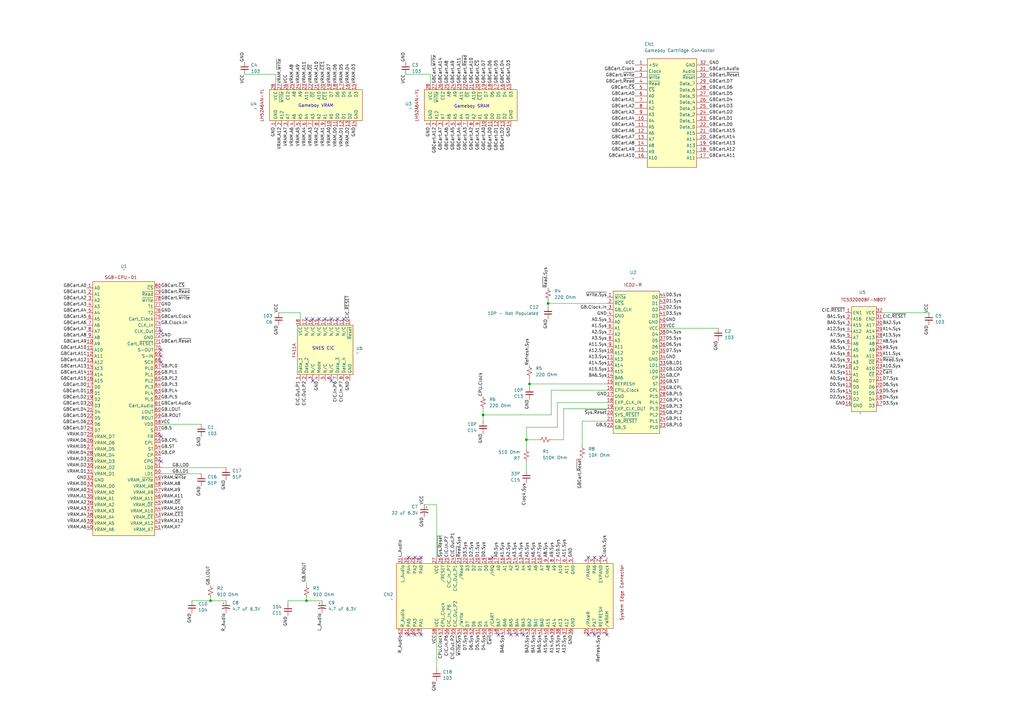
<source format=kicad_sch>
(kicad_sch (version 20231120) (generator "eeschema") (generator_version "8.0")
  (paper "A3")
  (lib_symbols
    (symbol "Device:C_Polarized_Small_US" (pin_numbers hide) (pin_names (offset 0.254) hide)
      (property "Reference" "C" (at 0.254 1.778 0))
      (property "Value" "C_Polarized_Small_US" (at 0.254 -2.032 0))
      (symbol "C_Polarized_Small_US_1_1"
        (pin passive line (at 0 2.54 270) (length 2.032) (name "~") (number "1"))
        (pin passive line (at 0 -2.54 90) (length 2.032) (name "~") (number "2"))
      )
    )
    (symbol "Device:C_Small" (pin_numbers hide) (pin_names (offset 0.254) hide)
      (property "Reference" "C" (at 0.254 1.778 0))
      (property "Value" "C_Small" (at 0.254 -2.032 0))
      (symbol "C_Small_1_1"
        (pin passive line (at 0 2.54 270) (length 2.032) (name "~") (number "1"))
        (pin passive line (at 0 -2.54 90) (length 2.032) (name "~") (number "2"))
      )
    )
    (symbol "Device:R_Small_US" (pin_numbers hide) (pin_names (offset 0.254) hide)
      (property "Reference" "R" (at 0.762 0.508 0))
      (property "Value" "R_Small_US" (at 0.762 -1.016 0))
      (symbol "R_Small_US_1_1"
        (pin passive line (at 0 2.54 270) (length 1.016) (name "~") (number "1"))
        (pin passive line (at 0 -2.54 90) (length 1.016) (name "~") (number "2"))
      )
    )
    (symbol "LH52A64N-YL_1"
      (property "Reference" "U4" (at 9.5251 7.62 90))
      (property "Value" "~" (at 7.62 7.62 90))
      (symbol "LH52A64N-YL_1_1_0"
        (pin power_in line (at 0 0 0) (length 2.54) (name "GND") (number "1"))
        (pin input line (at 0 -22.86 0) (length 2.54) (name "A0") (number "10"))
        (pin bidirectional line (at 0 -25.4 0) (length 2.54) (name "D0") (number "11"))
        (pin bidirectional line (at 0 -27.94 0) (length 2.54) (name "D1") (number "12"))
        (pin bidirectional line (at 0 -30.48 0) (length 2.54) (name "D2") (number "13"))
        (pin power_in line (at 0 -33.02 0) (length 2.54) (name "GND") (number "14"))
        (pin bidirectional line (at 17.78 -33.02 180) (length 2.54) (name "D3") (number "15"))
        (pin bidirectional line (at 17.78 -30.48 180) (length 2.54) (name "D4") (number "16"))
        (pin bidirectional line (at 17.78 -27.94 180) (length 2.54) (name "D5") (number "17"))
        (pin bidirectional line (at 17.78 -25.4 180) (length 2.54) (name "D6") (number "18"))
        (pin bidirectional line (at 17.78 -22.86 180) (length 2.54) (name "D7") (number "19"))
        (pin input line (at 0 -2.54 0) (length 2.54) (name "A12") (number "2"))
        (pin input line (at 17.78 -20.32 180) (length 2.54) (name "~{CE1}") (number "20"))
        (pin input line (at 17.78 -17.78 180) (length 2.54) (name "A10") (number "21"))
        (pin input line (at 17.78 -15.24 180) (length 2.54) (name "~{OE}") (number "22"))
        (pin input line (at 17.78 -12.7 180) (length 2.54) (name "A11") (number "23"))
        (pin input line (at 17.78 -10.16 180) (length 2.54) (name "A9") (number "24"))
        (pin input line (at 17.78 -7.62 180) (length 2.54) (name "A8") (number "25"))
        (pin input line (at 17.78 -5.08 180) (length 2.54) (name "CE2") (number "26"))
        (pin input line (at 17.78 -2.54 180) (length 2.54) (name "~{Write}") (number "27"))
        (pin power_in line (at 17.78 0 180) (length 2.54) (name "VCC") (number "28"))
        (pin input line (at 0 -5.08 0) (length 2.54) (name "A7") (number "3"))
        (pin input line (at 0 -7.62 0) (length 2.54) (name "A6") (number "4"))
        (pin input line (at 0 -10.16 0) (length 2.54) (name "A5") (number "5"))
        (pin input line (at 0 -12.7 0) (length 2.54) (name "A4") (number "6"))
        (pin input line (at 0 -15.24 0) (length 2.54) (name "A3") (number "7"))
        (pin input line (at 0 -17.78 0) (length 2.54) (name "A2") (number "8"))
        (pin input line (at 0 -20.32 0) (length 2.54) (name "A1") (number "9"))
      )
      (symbol "LH52A64N-YL_1_1_1"
        (text "LH52A64N-YL" (at 8.89 5.588 0) (effects (font (size 1.27 1.27))))
      )
    )
    (symbol "SNES:CIC"
      (property "Reference" "U1" (at 13.716 5.08 0))
      (property "Value" "~" (at 11.43 -22.86 90))
      (symbol "CIC_0_0"
        (pin power_in line (at 25.4 0 180) (length 2.54) (name "VCC") (number "18"))
        (pin input line (at 0 -7.62 0) (length 2.54) (name "Mode") (number "4"))
        (pin power_in line (at 0 -20.32 0) (length 2.54) (name "GND") (number "9"))
      )
      (symbol "CIC_1_0"
        (pin bidirectional line (at 0 0 0) (length 2.54) (name "Data_1") (number "1"))
        (pin unspecified line (at 25.4 -20.32 180) (length 2.54) (name "~{Reset}") (number "10"))
        (pin unspecified line (at 25.4 -17.78 180) (length 2.54) (name "N/C") (number "11"))
        (pin unspecified line (at 25.4 -15.24 180) (length 2.54) (name "N/C") (number "12"))
        (pin unspecified line (at 25.4 -12.7 180) (length 2.54) (name "N/C") (number "13"))
        (pin unspecified line (at 25.4 -10.16 180) (length 2.54) (name "N/C") (number "14"))
        (pin unspecified line (at 25.4 -7.62 180) (length 2.54) (name "N/C") (number "15"))
        (pin unspecified line (at 25.4 -5.08 180) (length 2.54) (name "N/C") (number "16"))
        (pin unspecified line (at 25.4 -2.54 180) (length 2.54) (name "N/C") (number "17"))
        (pin bidirectional line (at 0 -2.54 0) (length 2.54) (name "Data_2") (number "2"))
        (pin unspecified line (at 0 -5.08 0) (length 2.54) (name "N/C") (number "3"))
        (pin unspecified line (at 0 -10.16 0) (length 2.54) (name "N/C") (number "5"))
        (pin unspecified line (at 0 -12.7 0) (length 2.54) (name "N/C") (number "6"))
        (pin bidirectional line (at 0 -15.24 0) (length 2.54) (name "Data_3") (number "7"))
        (pin bidirectional line (at 0 -17.78 0) (length 2.54) (name "Data_4") (number "8"))
      )
      (symbol "CIC_1_1"
        (text "F411A" (at 12.446 2.54 0) (effects (font (size 1.27 1.27))))
      )
    )
    (symbol "SNES:Gameboy_Edge_Connector"
      (property "Reference" "J1" (at -11.303 16.129 0))
      (property "Value" "Gameboy Cartridge Connector" (at -11.303 13.589 0))
      (symbol "Gameboy_Edge_Connector_1_1"
        (pin power_in line (at -15.24 7.62 0) (length 5.08) (name "+5V") (number "1"))
        (pin bidirectional line (at -15.24 -15.24 0) (length 5.08) (name "A4") (number "10"))
        (pin bidirectional line (at -15.24 -17.78 0) (length 5.08) (name "A5") (number "11"))
        (pin bidirectional line (at -15.24 -20.32 0) (length 5.08) (name "A6") (number "12"))
        (pin bidirectional line (at -15.24 -22.86 0) (length 5.08) (name "A7") (number "13"))
        (pin bidirectional line (at -15.24 -25.4 0) (length 5.08) (name "A8") (number "14"))
        (pin bidirectional line (at -15.24 -27.94 0) (length 5.08) (name "A9") (number "15"))
        (pin bidirectional line (at -15.24 -30.48 0) (length 5.08) (name "A10") (number "16"))
        (pin bidirectional line (at 15.24 -30.48 180) (length 5.08) (name "A11") (number "17"))
        (pin bidirectional line (at 15.24 -27.94 180) (length 5.08) (name "A12") (number "18"))
        (pin bidirectional line (at 15.24 -25.4 180) (length 5.08) (name "A13") (number "19"))
        (pin bidirectional line (at -15.24 5.08 0) (length 5.08) (name "Clock") (number "2"))
        (pin bidirectional line (at 15.24 -22.86 180) (length 5.08) (name "A14") (number "20"))
        (pin bidirectional line (at 15.24 -20.32 180) (length 5.08) (name "A15") (number "21"))
        (pin bidirectional line (at 15.24 -17.78 180) (length 5.08) (name "Data_0") (number "22"))
        (pin bidirectional line (at 15.24 -15.24 180) (length 5.08) (name "Data_1") (number "23"))
        (pin bidirectional line (at 15.24 -12.7 180) (length 5.08) (name "Data_2") (number "24"))
        (pin bidirectional line (at 15.24 -10.16 180) (length 5.08) (name "Data_3") (number "25"))
        (pin bidirectional line (at 15.24 -7.62 180) (length 5.08) (name "Data_4") (number "26"))
        (pin bidirectional line (at 15.24 -5.08 180) (length 5.08) (name "Data_5") (number "27"))
        (pin bidirectional line (at 15.24 -2.54 180) (length 5.08) (name "Data_6") (number "28"))
        (pin bidirectional line (at 15.24 0 180) (length 5.08) (name "Data_7") (number "29"))
        (pin bidirectional line (at -15.24 2.54 0) (length 5.08) (name "~{Write}") (number "3"))
        (pin bidirectional line (at 15.24 2.54 180) (length 5.08) (name "~{Reset}") (number "30"))
        (pin bidirectional line (at 15.24 5.08 180) (length 5.08) (name "Audio") (number "31"))
        (pin bidirectional line (at 15.24 7.62 180) (length 5.08) (name "GND") (number "32"))
        (pin bidirectional line (at -15.24 0 0) (length 5.08) (name "~{Read}") (number "4"))
        (pin bidirectional line (at -15.24 -2.54 0) (length 5.08) (name "~{CS}") (number "5"))
        (pin bidirectional line (at -15.24 -5.08 0) (length 5.08) (name "A0") (number "6"))
        (pin bidirectional line (at -15.24 -7.62 0) (length 5.08) (name "A1") (number "7"))
        (pin bidirectional line (at -15.24 -10.16 0) (length 5.08) (name "A2") (number "8"))
        (pin bidirectional line (at -15.24 -12.7 0) (length 5.08) (name "A3") (number "9"))
      )
    )
    (symbol "SNES:ICD2-R"
      (property "Reference" "U2" (at 10.795 10.16 0))
      (property "Value" "~" (at 10.795 7.62 0))
      (symbol "ICD2-R_0_0"
        (pin unspecified line (at 0 -22.86 0) (length 2.54) (name "A12") (number "10"))
        (pin unspecified line (at 0 -25.4 0) (length 2.54) (name "A13") (number "11"))
        (pin unspecified line (at 24.13 -53.34 180) (length 2.54) (name "PL0") (number "23"))
        (pin unspecified line (at 24.13 -50.8 180) (length 2.54) (name "PL1") (number "24"))
        (pin unspecified line (at 24.13 -48.26 180) (length 2.54) (name "PL2") (number "25"))
        (pin unspecified line (at 24.13 -45.72 180) (length 2.54) (name "PL3") (number "26"))
        (pin unspecified line (at 24.13 -43.18 180) (length 2.54) (name "PL4") (number "27"))
        (pin unspecified line (at 24.13 -40.64 180) (length 2.54) (name "PL5") (number "28"))
        (pin unspecified line (at 24.13 -38.1 180) (length 2.54) (name "CPL") (number "29"))
        (pin unspecified line (at 24.13 -35.56 180) (length 2.54) (name "ST") (number "30"))
        (pin unspecified line (at 24.13 -33.02 180) (length 2.54) (name "CP") (number "31"))
        (pin unspecified line (at 24.13 -30.48 180) (length 2.54) (name "LD0") (number "32"))
        (pin unspecified line (at 24.13 -27.94 180) (length 2.54) (name "LD1") (number "33"))
        (pin unspecified line (at 0 -10.16 0) (length 2.54) (name "A0") (number "5"))
        (pin unspecified line (at 0 -12.7 0) (length 2.54) (name "A1") (number "6"))
        (pin unspecified line (at 0 -15.24 0) (length 2.54) (name "A2") (number "7"))
        (pin unspecified line (at 0 -17.78 0) (length 2.54) (name "A3") (number "8"))
        (pin unspecified line (at 0 -20.32 0) (length 2.54) (name "A11") (number "9"))
      )
      (symbol "ICD2-R_1_0"
        (pin input line (at 0 0 0) (length 2.54) (name "~{Write}") (number "1"))
        (pin input line (at 0 -27.94 0) (length 2.54) (name "A14") (number "12"))
        (pin input line (at 0 -30.48 0) (length 2.54) (name "A15") (number "13"))
        (pin input line (at 0 -33.02 0) (length 2.54) (name "BA6") (number "14"))
        (pin input line (at 0 -35.56 0) (length 2.54) (name "REFRESH") (number "15"))
        (pin input line (at 0 -38.1 0) (length 2.54) (name "CPU_Clock") (number "16"))
        (pin power_in line (at 0 -40.64 0) (length 2.54) (name "GND") (number "17"))
        (pin input line (at 0 -43.18 0) (length 2.54) (name "EXP_CLK_IN") (number "18"))
        (pin output line (at 0 -45.72 0) (length 2.54) (name "EXP_CLK_OUT") (number "19"))
        (pin input line (at 0 -2.54 0) (length 2.54) (name "~{RCS}") (number "2"))
        (pin input line (at 0 -48.26 0) (length 2.54) (name "SYS_~{RESET}") (number "20"))
        (pin input line (at 0 -50.8 0) (length 2.54) (name "GB_~{RESET}") (number "21"))
        (pin input line (at 0 -53.34 0) (length 2.54) (name "GB_S") (number "22"))
        (pin output line (at 0 -5.08 0) (length 2.54) (name "GB_CLK") (number "3"))
        (pin power_in line (at 24.13 -25.4 180) (length 2.54) (name "GND") (number "34"))
        (pin bidirectional line (at 24.13 -22.86 180) (length 2.54) (name "D7") (number "35"))
        (pin bidirectional line (at 24.13 -20.32 180) (length 2.54) (name "D6") (number "36"))
        (pin bidirectional line (at 24.13 -17.78 180) (length 2.54) (name "D5") (number "37"))
        (pin bidirectional line (at 24.13 -15.24 180) (length 2.54) (name "D4") (number "38"))
        (pin power_in line (at 24.13 -12.7 180) (length 2.54) (name "VCC") (number "39"))
        (pin power_in line (at 0 -7.62 0) (length 2.54) (name "GND") (number "4"))
        (pin power_in line (at 24.13 -10.16 180) (length 2.54) (name "GND") (number "40"))
        (pin bidirectional line (at 24.13 -7.62 180) (length 2.54) (name "D3") (number "41"))
        (pin bidirectional line (at 24.13 -5.08 180) (length 2.54) (name "D2") (number "42"))
        (pin bidirectional line (at 24.13 -2.54 180) (length 2.54) (name "D1") (number "43"))
        (pin bidirectional line (at 24.13 0 180) (length 2.54) (name "D0") (number "44"))
      )
      (symbol "ICD2-R_1_1"
        (text "ICD2-R" (at 10.668 5.08 0) (effects (font (size 1.27 1.27))))
      )
    )
    (symbol "SNES:LH52A64N-YL"
      (property "Reference" "U4" (at 9.5251 7.62 90))
      (property "Value" "~" (at 7.62 7.62 90))
      (symbol "LH52A64N-YL_1_0"
        (pin power_in line (at 0 0 0) (length 2.54) (name "GND") (number "1"))
        (pin input line (at 0 -22.86 0) (length 2.54) (name "A0") (number "10"))
        (pin bidirectional line (at 0 -25.4 0) (length 2.54) (name "D0") (number "11"))
        (pin bidirectional line (at 0 -27.94 0) (length 2.54) (name "D1") (number "12"))
        (pin bidirectional line (at 0 -30.48 0) (length 2.54) (name "D2") (number "13"))
        (pin power_in line (at 0 -33.02 0) (length 2.54) (name "GND") (number "14"))
        (pin bidirectional line (at 17.78 -33.02 180) (length 2.54) (name "D3") (number "15"))
        (pin bidirectional line (at 17.78 -30.48 180) (length 2.54) (name "D4") (number "16"))
        (pin bidirectional line (at 17.78 -27.94 180) (length 2.54) (name "D5") (number "17"))
        (pin bidirectional line (at 17.78 -25.4 180) (length 2.54) (name "D6") (number "18"))
        (pin bidirectional line (at 17.78 -22.86 180) (length 2.54) (name "D7") (number "19"))
        (pin input line (at 0 -2.54 0) (length 2.54) (name "A12") (number "2"))
        (pin input line (at 17.78 -20.32 180) (length 2.54) (name "~{CE1}") (number "20"))
        (pin input line (at 17.78 -17.78 180) (length 2.54) (name "A10") (number "21"))
        (pin input line (at 17.78 -15.24 180) (length 2.54) (name "~{OE}") (number "22"))
        (pin input line (at 17.78 -12.7 180) (length 2.54) (name "A11") (number "23"))
        (pin input line (at 17.78 -10.16 180) (length 2.54) (name "A9") (number "24"))
        (pin input line (at 17.78 -7.62 180) (length 2.54) (name "A8") (number "25"))
        (pin input line (at 17.78 -5.08 180) (length 2.54) (name "CE2") (number "26"))
        (pin input line (at 17.78 -2.54 180) (length 2.54) (name "~{Write}") (number "27"))
        (pin power_in line (at 17.78 0 180) (length 2.54) (name "VCC") (number "28"))
        (pin input line (at 0 -5.08 0) (length 2.54) (name "A7") (number "3"))
        (pin input line (at 0 -7.62 0) (length 2.54) (name "A6") (number "4"))
        (pin input line (at 0 -10.16 0) (length 2.54) (name "A5") (number "5"))
        (pin input line (at 0 -12.7 0) (length 2.54) (name "A4") (number "6"))
        (pin input line (at 0 -15.24 0) (length 2.54) (name "A3") (number "7"))
        (pin input line (at 0 -17.78 0) (length 2.54) (name "A2") (number "8"))
        (pin input line (at 0 -20.32 0) (length 2.54) (name "A1") (number "9"))
      )
      (symbol "LH52A64N-YL_1_1"
        (text "LH52A64N-YL" (at 8.89 5.588 0) (effects (font (size 1.27 1.27))))
      )
    )
    (symbol "SNES:SGB-CPU-01"
      (property "Reference" "U2" (at 15.24 8.89 0))
      (property "Value" "~" (at 15.24 7.62 0))
      (symbol "SGB-CPU-01_0_0"
        (pin output line (at 0 0 0) (length 2.54) (name "A0") (number "1"))
        (pin output line (at 0 -22.86 0) (length 2.54) (name "A9") (number "10"))
        (pin output line (at 0 -25.4 0) (length 2.54) (name "A10") (number "11"))
        (pin output line (at 0 -27.94 0) (length 2.54) (name "A11") (number "12"))
        (pin output line (at 0 -30.48 0) (length 2.54) (name "A12") (number "13"))
        (pin output line (at 0 -33.02 0) (length 2.54) (name "A13") (number "14"))
        (pin output line (at 0 -35.56 0) (length 2.54) (name "A14") (number "15"))
        (pin bidirectional line (at 0 -40.64 0) (length 2.54) (name "D0") (number "17"))
        (pin bidirectional line (at 0 -43.18 0) (length 2.54) (name "D1") (number "18"))
        (pin bidirectional line (at 0 -45.72 0) (length 2.54) (name "D2") (number "19"))
        (pin output line (at 0 -2.54 0) (length 2.54) (name "A1") (number "2"))
        (pin bidirectional line (at 0 -48.26 0) (length 2.54) (name "D3") (number "20"))
        (pin bidirectional line (at 0 -50.8 0) (length 2.54) (name "D4") (number "21"))
        (pin bidirectional line (at 0 -53.34 0) (length 2.54) (name "D5") (number "22"))
        (pin bidirectional line (at 0 -55.88 0) (length 2.54) (name "D6") (number "23"))
        (pin bidirectional line (at 0 -58.42 0) (length 2.54) (name "D7") (number "24"))
        (pin bidirectional line (at 0 -60.96 0) (length 2.54) (name "VRAM_D7") (number "25"))
        (pin bidirectional line (at 0 -63.5 0) (length 2.54) (name "VRAM_D6") (number "26"))
        (pin bidirectional line (at 0 -66.04 0) (length 2.54) (name "VRAM_D5") (number "27"))
        (pin bidirectional line (at 0 -68.58 0) (length 2.54) (name "VRAM_D4") (number "28"))
        (pin bidirectional line (at 0 -71.12 0) (length 2.54) (name "VRAM_D3") (number "29"))
        (pin output line (at 0 -5.08 0) (length 2.54) (name "A2") (number "3"))
        (pin bidirectional line (at 0 -73.66 0) (length 2.54) (name "VRAM_D2") (number "30"))
        (pin bidirectional line (at 0 -76.2 0) (length 2.54) (name "VRAM_D1") (number "31"))
        (pin bidirectional line (at 0 -81.28 0) (length 2.54) (name "VRAM_D0") (number "33"))
        (pin output line (at 0 -83.82 0) (length 2.54) (name "VRAM_A0") (number "34"))
        (pin output line (at 0 -86.36 0) (length 2.54) (name "VRAM_A1") (number "35"))
        (pin output line (at 0 -88.9 0) (length 2.54) (name "VRAM_A2") (number "36"))
        (pin output line (at 0 -91.44 0) (length 2.54) (name "VRAM_A3") (number "37"))
        (pin output line (at 0 -93.98 0) (length 2.54) (name "VRAM_A4") (number "38"))
        (pin output line (at 0 -96.52 0) (length 2.54) (name "VRAM_A5") (number "39"))
        (pin output line (at 0 -7.62 0) (length 2.54) (name "A3") (number "4"))
        (pin output line (at 0 -99.06 0) (length 2.54) (name "VRAM_A6") (number "40"))
        (pin output line (at 30.48 -99.06 180) (length 2.54) (name "VRAM_A7") (number "41"))
        (pin output line (at 30.48 -96.52 180) (length 2.54) (name "VRAM_A12") (number "42"))
        (pin output line (at 30.48 -93.98 180) (length 2.54) (name "VRAM_~{CE}") (number "43"))
        (pin output line (at 30.48 -91.44 180) (length 2.54) (name "VRAM_A10") (number "44"))
        (pin output line (at 30.48 -88.9 180) (length 2.54) (name "VRAM_~{OE}") (number "45"))
        (pin output line (at 30.48 -86.36 180) (length 2.54) (name "VRAM_A11") (number "46"))
        (pin output line (at 30.48 -83.82 180) (length 2.54) (name "VRAM_A9") (number "47"))
        (pin output line (at 30.48 -81.28 180) (length 2.54) (name "VRAM_A8") (number "48"))
        (pin output line (at 30.48 -78.74 180) (length 2.54) (name "VRAM_~{Write}") (number "49"))
        (pin output line (at 0 -10.16 0) (length 2.54) (name "A4") (number "5"))
        (pin unspecified line (at 30.48 -66.04 180) (length 2.54) (name "ST") (number "54"))
        (pin unspecified line (at 30.48 -63.5 180) (length 2.54) (name "CPL") (number "55"))
        (pin unspecified line (at 30.48 -60.96 180) (length 2.54) (name "FR") (number "56"))
        (pin output line (at 30.48 -58.42 180) (length 2.54) (name "S") (number "57"))
        (pin power_in line (at 30.48 -55.88 180) (length 2.54) (name "VDD") (number "58"))
        (pin output line (at 0 -12.7 0) (length 2.54) (name "A5") (number "6"))
        (pin output line (at 30.48 -45.72 180) (length 2.54) (name "PL5") (number "62"))
        (pin output line (at 30.48 -43.18 180) (length 2.54) (name "PL4") (number "63"))
        (pin input line (at 30.48 -40.64 180) (length 2.54) (name "PL3") (number "64"))
        (pin input line (at 30.48 -38.1 180) (length 2.54) (name "PL2") (number "65"))
        (pin input line (at 30.48 -35.56 180) (length 2.54) (name "PL1") (number "66"))
        (pin input line (at 30.48 -33.02 180) (length 2.54) (name "PL0") (number "67"))
        (pin output line (at 0 -15.24 0) (length 2.54) (name "A6") (number "7"))
        (pin power_in line (at 30.48 -20.32 180) (length 2.54) (name "GND") (number "72"))
        (pin output line (at 30.48 -17.78 180) (length 2.54) (name "CLK_Out") (number "73"))
        (pin input line (at 30.48 -15.24 180) (length 2.54) (name "CLK_In") (number "74"))
        (pin unspecified line (at 30.48 -10.16 180) (length 2.54) (name "T2") (number "76"))
        (pin unspecified line (at 30.48 -7.62 180) (length 2.54) (name "T1") (number "77"))
        (pin output line (at 0 -17.78 0) (length 2.54) (name "A7") (number "8"))
        (pin output line (at 0 -20.32 0) (length 2.54) (name "A8") (number "9"))
      )
      (symbol "SGB-CPU-01_1_0"
        (pin output line (at 0 -38.1 0) (length 2.54) (name "A15") (number "16"))
        (pin power_in line (at 0 -78.74 0) (length 2.54) (name "GND") (number "32"))
        (pin unspecified line (at 30.48 -76.2 180) (length 2.54) (name "LD1") (number "50"))
        (pin unspecified line (at 30.48 -73.66 180) (length 2.54) (name "LD0") (number "51"))
        (pin unspecified line (at 30.48 -71.12 180) (length 2.54) (name "CPG") (number "52"))
        (pin unspecified line (at 30.48 -68.58 180) (length 2.54) (name "CP") (number "53"))
        (pin output line (at 30.48 -53.34 180) (length 2.54) (name "ROUT") (number "59"))
        (pin output line (at 30.48 -50.8 180) (length 2.54) (name "LOUT") (number "60"))
        (pin input line (at 30.48 -48.26 180) (length 2.54) (name "Cart_Audio") (number "61"))
        (pin bidirectional line (at 30.48 -30.48 180) (length 2.54) (name "SCX") (number "68"))
        (pin input line (at 30.48 -27.94 180) (length 2.54) (name "S-IN") (number "69"))
        (pin output line (at 30.48 -25.4 180) (length 2.54) (name "S-OUT") (number "70"))
        (pin output line (at 30.48 -22.86 180) (length 2.54) (name "Cart_~{RESET}") (number "71"))
        (pin output line (at 30.48 -12.7 180) (length 2.54) (name "Cart_Clock") (number "75"))
        (pin output line (at 30.48 -5.08 180) (length 2.54) (name "~{Write}") (number "78"))
        (pin output line (at 30.48 -2.54 180) (length 2.54) (name "~{Read}") (number "79"))
        (pin output line (at 30.48 0 180) (length 2.54) (name "~{CS}") (number "80"))
      )
      (symbol "SGB-CPU-01_1_1"
        (text "SGB-CPU-01" (at 13.97 4.318 0) (effects (font (size 1.27 1.27))))
      )
    )
    (symbol "SNES:SYS-SGB-2"
      (property "Reference" "U5" (at 8.382 8.382 0))
      (property "Value" "~" (at 6.096 -40.64 90))
      (symbol "SYS-SGB-2_1_0"
        (pin input line (at 0 0 0) (length 2.54) (name "EN1") (number "1"))
        (pin input line (at 0 -22.86 0) (length 2.54) (name "A2") (number "10"))
        (pin input line (at 0 -25.4 0) (length 2.54) (name "A1") (number "11"))
        (pin input line (at 0 -27.94 0) (length 2.54) (name "A0") (number "12"))
        (pin bidirectional line (at 0 -30.48 0) (length 2.54) (name "D0") (number "13"))
        (pin bidirectional line (at 0 -33.02 0) (length 2.54) (name "D1") (number "14"))
        (pin bidirectional line (at 0 -35.56 0) (length 2.54) (name "D2") (number "15"))
        (pin power_in line (at 0 -38.1 0) (length 2.54) (name "GND") (number "16"))
        (pin bidirectional line (at 15.24 -38.1 180) (length 2.54) (name "D3") (number "17"))
        (pin bidirectional line (at 15.24 -35.56 180) (length 2.54) (name "D4") (number "18"))
        (pin bidirectional line (at 15.24 -33.02 180) (length 2.54) (name "D5") (number "19"))
        (pin input line (at 0 -2.54 0) (length 2.54) (name "A16") (number "2"))
        (pin bidirectional line (at 15.24 -30.48 180) (length 2.54) (name "D6") (number "20"))
        (pin bidirectional line (at 15.24 -27.94 180) (length 2.54) (name "D7") (number "21"))
        (pin input line (at 15.24 -25.4 180) (length 2.54) (name "~{CE}") (number "22"))
        (pin input line (at 15.24 -22.86 180) (length 2.54) (name "A10") (number "23"))
        (pin input line (at 15.24 -20.32 180) (length 2.54) (name "~{OE}") (number "24"))
        (pin input line (at 15.24 -17.78 180) (length 2.54) (name "A11") (number "25"))
        (pin input line (at 15.24 -15.24 180) (length 2.54) (name "A9") (number "26"))
        (pin input line (at 15.24 -12.7 180) (length 2.54) (name "A8") (number "27"))
        (pin input line (at 15.24 -10.16 180) (length 2.54) (name "A13") (number "28"))
        (pin input line (at 15.24 -7.62 180) (length 2.54) (name "A14") (number "29"))
        (pin input line (at 0 -5.08 0) (length 2.54) (name "A15") (number "3"))
        (pin input line (at 15.24 -5.08 180) (length 2.54) (name "A17") (number "30"))
        (pin input line (at 15.24 -2.54 180) (length 2.54) (name "EN2") (number "31"))
        (pin power_in line (at 15.24 0 180) (length 2.54) (name "VCC") (number "32"))
        (pin input line (at 0 -7.62 0) (length 2.54) (name "A12") (number "4"))
        (pin input line (at 0 -10.16 0) (length 2.54) (name "A7") (number "5"))
        (pin input line (at 0 -12.7 0) (length 2.54) (name "A6") (number "6"))
        (pin input line (at 0 -15.24 0) (length 2.54) (name "A5") (number "7"))
        (pin input line (at 0 -17.78 0) (length 2.54) (name "A4") (number "8"))
        (pin input line (at 0 -20.32 0) (length 2.54) (name "A3") (number "9"))
      )
      (symbol "SYS-SGB-2_1_1"
        (text "TC532000BF-N807" (at 7.366 5.334 0) (effects (font (size 1.27 1.27))))
      )
    )
    (symbol "Xterminator:SNES_Connector"
      (property "Reference" "J2" (at 0.254 51.054 0))
      (property "Value" "~" (at 0 0 0))
      (symbol "SNES_Connector_1_1"
        (text "System Edge Connector" (at -0.762 48.006 0) (effects (font (size 1.27 1.27))))
        (pin input line (at -15.24 41.91 0) (length 2.54) (name "Clock") (number "1"))
        (pin input line (at -15.24 15.24 0) (length 2.54) (name "A7") (number "10"))
        (pin input line (at -15.24 12.7 0) (length 2.54) (name "A6") (number "11"))
        (pin input line (at -15.24 10.16 0) (length 2.54) (name "A5") (number "12"))
        (pin input line (at -15.24 7.62 0) (length 2.54) (name "A4") (number "13"))
        (pin input line (at -15.24 5.08 0) (length 2.54) (name "A3") (number "14"))
        (pin input line (at -15.24 2.54 0) (length 2.54) (name "A2") (number "15"))
        (pin input line (at -15.24 0 0) (length 2.54) (name "A1") (number "16"))
        (pin input line (at -15.24 -2.54 0) (length 2.54) (name "A0") (number "17"))
        (pin input line (at -15.24 -5.08 0) (length 2.54) (name "/IRQ") (number "18"))
        (pin input line (at -15.24 -7.62 0) (length 2.54) (name "D0") (number "19"))
        (pin input line (at -15.24 39.37 0) (length 2.54) (name "EXPAND") (number "2"))
        (pin input line (at -15.24 -10.16 0) (length 2.54) (name "D1") (number "20"))
        (pin input line (at -15.24 -12.7 0) (length 2.54) (name "D2") (number "21"))
        (pin input line (at -15.24 -15.24 0) (length 2.54) (name "D3") (number "22"))
        (pin input line (at -15.24 -17.78 0) (length 2.54) (name "/Read") (number "23"))
        (pin input line (at -15.24 -20.32 0) (length 2.54) (name "CIC_Out_P1") (number "24"))
        (pin input line (at -15.24 -22.86 0) (length 2.54) (name "CIC_In_P7") (number "25"))
        (pin input line (at -15.24 -25.4 0) (length 2.54) (name "/RESET") (number "26"))
        (pin power_in line (at -15.24 -27.94 0) (length 2.54) (name "VCC") (number "27"))
        (pin input line (at -15.24 -34.29 0) (length 2.54) (name "PA0") (number "28"))
        (pin input line (at -15.24 -36.83 0) (length 2.54) (name "PA2") (number "29"))
        (pin input line (at -15.24 36.83 0) (length 2.54) (name "PA6") (number "3"))
        (pin input line (at -15.24 -39.37 0) (length 2.54) (name "PA4") (number "30"))
        (pin input line (at -15.24 -41.91 0) (length 2.54) (name "L_Audio") (number "31"))
        (pin input line (at 16.51 41.91 180) (length 2.54) (name "/WRAM") (number "32"))
        (pin input line (at 16.51 39.37 180) (length 2.54) (name "REFRESH") (number "33"))
        (pin input line (at 16.51 36.83 180) (length 2.54) (name "PA7") (number "34"))
        (pin input line (at 16.51 34.29 180) (length 2.54) (name "/PAWR") (number "35"))
        (pin power_in line (at 16.51 27.94 180) (length 2.54) (name "GND") (number "36"))
        (pin input line (at 16.51 25.4 180) (length 2.54) (name "A12") (number "37"))
        (pin input line (at 16.51 22.86 180) (length 2.54) (name "A13") (number "38"))
        (pin input line (at 16.51 20.32 180) (length 2.54) (name "A14") (number "39"))
        (pin input line (at -15.24 34.29 0) (length 2.54) (name "/PARD") (number "4"))
        (pin input line (at 16.51 17.78 180) (length 2.54) (name "A15") (number "40"))
        (pin input line (at 16.51 15.24 180) (length 2.54) (name "BA0") (number "41"))
        (pin input line (at 16.51 12.7 180) (length 2.54) (name "BA1") (number "42"))
        (pin input line (at 16.51 10.16 180) (length 2.54) (name "BA2") (number "43"))
        (pin input line (at 16.51 7.62 180) (length 2.54) (name "BA3") (number "44"))
        (pin input line (at 16.51 5.08 180) (length 2.54) (name "BA4") (number "45"))
        (pin input line (at 16.51 2.54 180) (length 2.54) (name "BA5") (number "46"))
        (pin input line (at 16.51 0 180) (length 2.54) (name "BA6") (number "47"))
        (pin input line (at 16.51 -2.54 180) (length 2.54) (name "BA7") (number "48"))
        (pin input line (at 16.51 -5.08 180) (length 2.54) (name "/CART") (number "49"))
        (pin power_in line (at -15.24 27.94 0) (length 2.54) (name "GND") (number "5"))
        (pin input line (at 16.51 -7.62 180) (length 2.54) (name "D4") (number "50"))
        (pin input line (at 16.51 -10.16 180) (length 2.54) (name "D5") (number "51"))
        (pin input line (at 16.51 -12.7 180) (length 2.54) (name "D6") (number "52"))
        (pin input line (at 16.51 -15.24 180) (length 2.54) (name "D7") (number "53"))
        (pin input line (at 16.51 -17.78 180) (length 2.54) (name "/Write") (number "54"))
        (pin input line (at 16.51 -20.32 180) (length 2.54) (name "CIC_Out_P2") (number "55"))
        (pin input line (at 16.51 -22.86 180) (length 2.54) (name "CIC_In_P6") (number "56"))
        (pin input line (at 16.51 -25.4 180) (length 2.54) (name "CPU_Clock") (number "57"))
        (pin power_in line (at 16.51 -27.94 180) (length 2.54) (name "VCC") (number "58"))
        (pin input line (at 16.51 -34.29 180) (length 2.54) (name "PA1") (number "59"))
        (pin input line (at -15.24 25.4 0) (length 2.54) (name "A11") (number "6"))
        (pin input line (at 16.51 -36.83 180) (length 2.54) (name "PA3") (number "60"))
        (pin input line (at 16.51 -39.37 180) (length 2.54) (name "PA5") (number "61"))
        (pin input line (at 16.51 -41.91 180) (length 2.54) (name "R_Audio") (number "62"))
        (pin input line (at -15.24 22.86 0) (length 2.54) (name "A10") (number "7"))
        (pin input line (at -15.24 20.32 0) (length 2.54) (name "A9") (number "8"))
        (pin input line (at -15.24 17.78 0) (length 2.54) (name "A8") (number "9"))
      )
    )
  )
  (junction (at 86.36 246.38))
  (junction (at 198.12 170.18))
  (junction (at 224.79 124.46))
  (junction (at 215.9 180.34))
  (junction (at 125.73 246.38))
  (junction (at 217.17 157.48))
  (no_connect (at 204.47 260.35))
  (no_connect (at 133.35 130.81))
  (no_connect (at 167.64 228.6))
  (no_connect (at 241.3 228.6))
  (no_connect (at 128.27 156.21))
  (no_connect (at 66.04 189.23))
  (no_connect (at 135.89 130.81))
  (no_connect (at 214.63 260.35))
  (no_connect (at 243.84 228.6))
  (no_connect (at 135.89 156.21))
  (no_connect (at 170.18 228.6))
  (no_connect (at 125.73 130.81))
  (no_connect (at 66.04 146.05))
  (no_connect (at 209.55 260.35))
  (no_connect (at 201.93 228.6))
  (no_connect (at 140.97 130.81))
  (no_connect (at 66.04 143.51))
  (no_connect (at 167.64 260.35))
  (no_connect (at 138.43 130.81))
  (no_connect (at 170.18 260.35))
  (no_connect (at 66.04 135.89))
  (no_connect (at 130.81 130.81))
  (no_connect (at 128.27 130.81))
  (no_connect (at 172.72 260.35))
  (no_connect (at 248.92 260.35))
  (no_connect (at 66.04 179.07))
  (no_connect (at 172.72 228.6))
  (no_connect (at 246.38 228.6))
  (no_connect (at 241.3 260.35))
  (no_connect (at 243.84 260.35))
  (no_connect (at 212.09 260.35))
  (no_connect (at 66.04 148.59))
  (wire (pts (xy 231.14 180.34) (xy 226.06 180.34)))
  (wire (pts (xy 224.79 124.46) (xy 224.79 125.73)))
  (wire (pts (xy 123.19 130.81) (xy 123.19 128.27)))
  (wire (pts (xy 217.17 154.94) (xy 217.17 157.48)))
  (wire (pts (xy 176.53 30.48) (xy 166.37 30.48)))
  (wire (pts (xy 123.19 128.27) (xy 114.3 128.27)))
  (wire (pts (xy 217.17 157.48) (xy 217.17 158.75)))
  (wire (pts (xy 125.73 246.38) (xy 118.11 246.38)))
  (wire (pts (xy 86.36 245.11) (xy 86.36 246.38)))
  (wire (pts (xy 217.17 157.48) (xy 248.92 157.48)))
  (wire (pts (xy 228.6 175.26) (xy 215.9 175.26)))
  (wire (pts (xy 215.9 180.34) (xy 220.98 180.34)))
  (wire (pts (xy 86.36 246.38) (xy 92.71 246.38)))
  (wire (pts (xy 228.6 165.1) (xy 228.6 175.26)))
  (wire (pts (xy 215.9 193.04) (xy 215.9 189.23)))
  (wire (pts (xy 226.06 160.02) (xy 226.06 170.18)))
  (wire (pts (xy 198.12 170.18) (xy 198.12 172.72)))
  (wire (pts (xy 224.79 124.46) (xy 248.92 124.46)))
  (wire (pts (xy 78.74 246.38) (xy 86.36 246.38)))
  (wire (pts (xy 248.92 167.64) (xy 231.14 167.64)))
  (wire (pts (xy 113.03 34.29) (xy 113.03 30.48)))
  (wire (pts (xy 179.07 207.01) (xy 173.99 207.01)))
  (wire (pts (xy 66.04 191.77) (xy 92.71 191.77)))
  (wire (pts (xy 238.76 182.88) (xy 238.76 172.72)))
  (wire (pts (xy 248.92 165.1) (xy 228.6 165.1)))
  (wire (pts (xy 198.12 170.18) (xy 226.06 170.18)))
  (wire (pts (xy 361.95 128.27) (xy 381 128.27)))
  (wire (pts (xy 248.92 160.02) (xy 226.06 160.02)))
  (wire (pts (xy 125.73 245.11) (xy 125.73 246.38)))
  (wire (pts (xy 224.79 123.19) (xy 224.79 124.46)))
  (wire (pts (xy 215.9 180.34) (xy 215.9 184.15)))
  (wire (pts (xy 238.76 172.72) (xy 248.92 172.72)))
  (wire (pts (xy 100.33 30.48) (xy 113.03 30.48)))
  (wire (pts (xy 198.12 167.64) (xy 198.12 170.18)))
  (wire (pts (xy 66.04 173.99) (xy 82.55 173.99)))
  (wire (pts (xy 66.04 194.31) (xy 82.55 194.31)))
  (wire (pts (xy 215.9 175.26) (xy 215.9 180.34)))
  (wire (pts (xy 118.11 246.38) (xy 118.11 247.65)))
  (wire (pts (xy 125.73 246.38) (xy 132.08 246.38)))
  (wire (pts (xy 179.07 228.6) (xy 179.07 207.01)))
  (wire (pts (xy 231.14 167.64) (xy 231.14 180.34)))
  (wire (pts (xy 273.05 134.62) (xy 294.64 134.62)))
  (wire (pts (xy 125.73 238.76) (xy 125.73 240.03)))
  (wire (pts (xy 176.53 34.29) (xy 176.53 30.48)))
  (wire (pts (xy 179.07 260.35) (xy 179.07 274.32)))
  (text "SNES CIC" (at 132.588 143.002 0) (effects (font (size 1.27 1.27))))
  (text "Gameboy VRAM" (at 129.54 43.434 0) (effects (font (size 1.27 1.27))))
  (text "Gameboy SRAM" (at 193.548 43.688 0) (effects (font (size 1.27 1.27))))
  (label "A2.Sys" (at 248.92 137.16 180))
  (label "VRAM.A7" (at 118.11 52.07 270))
  (label "GND" (at 146.05 52.07 270))
  (label "GND" (at 143.51 156.21 270))
  (label "GB.CP" (at 66.04 186.69 0))
  (label "A12.Sys" (at 248.92 144.78 180))
  (label "GBCart.A5" (at 35.56 130.81 180))
  (label "VRAM.D7" (at 35.56 179.07 180))
  (label "VCC" (at 118.11 34.29 90))
  (label "BA2.Sys" (at 361.95 133.35 0))
  (label "GND" (at 294.64 139.7 270))
  (label "D5.Sys" (at 273.05 139.7 0))
  (label "GBCart.A11" (at 189.23 34.29 90))
  (label "~{Read}.Sys" (at 224.79 118.11 90))
  (label "VRAM.D3" (at 146.05 34.29 90))
  (label "VRAM.A0" (at 135.89 52.07 270))
  (label "GND" (at 118.11 252.73 270))
  (label "VRAM.A10" (at 130.81 34.29 90))
  (label "A5.Sys" (at 346.71 143.51 180))
  (label "A10.Sys" (at 361.95 151.13 0))
  (label "A0.Sys" (at 346.71 156.21 180))
  (label "GBCart.D6" (at 201.93 34.29 90))
  (label "BA2.Sys" (at 217.17 260.35 270))
  (label "Refresh.Sys" (at 217.17 149.86 90))
  (label "GBCart.A2" (at 35.56 123.19 180))
  (label "GBCart.A7" (at 260.35 57.15 180))
  (label "VRAM.A4" (at 125.73 52.07 270))
  (label "VRAM.A11" (at 66.04 204.47 0))
  (label "GB.CPL" (at 66.04 181.61 0))
  (label "GBCart.A9" (at 35.56 140.97 180))
  (label "VRAM.D5" (at 35.56 184.15 180))
  (label "GBCart.~{CS}" (at 66.04 118.11 0))
  (label "CIC.~{RESET}" (at 346.71 128.27 180))
  (label "CIC.Out.P1" (at 123.19 156.21 270))
  (label "GND" (at 273.05 132.08 0))
  (label "L_Audio" (at 165.1 228.6 90))
  (label "GBCart.D0" (at 290.83 52.07 0))
  (label "GBCart.A5" (at 186.69 52.07 270))
  (label "GBCart.A11" (at 35.56 146.05 180))
  (label "~{Write.Sys}" (at 248.92 121.92 180))
  (label "BA1.Sys" (at 346.71 130.81 180))
  (label "CIC.In.P7" (at 184.15 228.6 90))
  (label "BA6.Sys" (at 207.01 260.35 270))
  (label "A12.Sys" (at 346.71 135.89 180))
  (label "VCC" (at 276.86 134.62 180))
  (label "D2.Sys" (at 194.31 228.6 90))
  (label "VRAM.A1" (at 35.56 204.47 180))
  (label "~{Cart}" (at 361.95 153.67 0))
  (label "D3.Sys" (at 191.77 228.6 90))
  (label "GBCart.D2" (at 290.83 46.99 0))
  (label "GBCart.D4" (at 290.83 41.91 0))
  (label "GBCart.A0" (at 35.56 118.11 180))
  (label "A11.Sys" (at 361.95 146.05 0))
  (label "VRAM.~{OE}" (at 66.04 207.01 0))
  (label "GBCart.Audio" (at 290.83 29.21 0))
  (label "GB.PL1" (at 66.04 153.67 0))
  (label "A13.Sys" (at 248.92 147.32 180))
  (label "D1.Sys" (at 273.05 124.46 0))
  (label "CIC.In.P6" (at 184.15 260.35 270))
  (label "GB.LD0" (at 273.05 152.4 0))
  (label "VRAM.A5" (at 123.19 52.07 270))
  (label "VRAM.D1" (at 35.56 194.31 180))
  (label "VRAM.D0" (at 35.56 199.39 180))
  (label "GND" (at 248.92 162.56 180))
  (label "GB.PL0" (at 273.05 175.26 0))
  (label "A15.Sys" (at 248.92 152.4 180))
  (label "GBCart.~{Write}" (at 66.04 123.19 0))
  (label "GB.LOUT" (at 66.04 168.91 0))
  (label "VRAM.~{OE}" (at 128.27 34.29 90))
  (label "GND" (at 273.05 147.32 0))
  (label "GBCart.A7" (at 35.56 135.89 180))
  (label "GB.LOUT" (at 86.36 240.03 90))
  (label "GBCart.A2" (at 194.31 52.07 270))
  (label "VCC" (at 179.07 264.16 90))
  (label "A6.Sys" (at 219.71 228.6 90))
  (label "CIC.Out.P2" (at 186.69 260.35 270))
  (label "VRAM.A6" (at 35.56 217.17 180))
  (label "A3.Sys" (at 346.71 148.59 180))
  (label "A0.Sys" (at 248.92 132.08 180))
  (label "A7.Sys" (at 222.25 228.6 90))
  (label "GB.ROUT" (at 66.04 171.45 0))
  (label "GND" (at 234.95 228.6 90))
  (label "CIC.~{RESET}" (at 361.95 130.81 0))
  (label "GBCart.~{Reset}" (at 66.04 140.97 0))
  (label "VRAM.A8" (at 66.04 199.39 0))
  (label "GB.PL3" (at 273.05 167.64 0))
  (label "GBCart.D1" (at 204.47 52.07 270))
  (label "GBCart.A10" (at 260.35 64.77 180))
  (label "GBCart.A15" (at 35.56 156.21 180))
  (label "GBCart.A13" (at 290.83 59.69 0))
  (label "GBCart.D0" (at 201.93 52.07 270))
  (label "GND" (at 179.07 279.4 270))
  (label "VRAM.A3" (at 128.27 52.07 270))
  (label "GBCart.~{Read}" (at 66.04 120.65 0))
  (label "GND" (at 100.33 25.4 90))
  (label "~{Sys.Reset}" (at 248.92 170.18 180))
  (label "GBCart.A4" (at 260.35 49.53 180))
  (label "GBCart.A9" (at 260.35 62.23 180))
  (label "GND" (at 35.56 196.85 180))
  (label "GBCart.A4" (at 35.56 128.27 180))
  (label "CPU.Clock" (at 181.61 260.35 270))
  (label "D2.Sys" (at 273.05 127 0))
  (label "D4.Sys" (at 273.05 137.16 0))
  (label "CIC.Out.P1" (at 186.69 228.6 90))
  (label "VRAM.A8" (at 120.65 34.29 90))
  (label "A6.Sys" (at 346.71 140.97 180))
  (label "GBCart.A8" (at 260.35 59.69 180))
  (label "A2.Sys" (at 209.55 228.6 90))
  (label "GBCart.A1" (at 196.85 52.07 270))
  (label "D0.Sys" (at 273.05 121.92 0))
  (label "BA6.Sys" (at 248.92 154.94 180))
  (label "GB.PL4" (at 273.05 165.1 0))
  (label "GBCart.A4" (at 189.23 52.07 270))
  (label "GBCart.~{Reset}" (at 290.83 31.75 0))
  (label "GND" (at 113.03 52.07 270))
  (label "GND" (at 78.74 251.46 270))
  (label "GB.LD1" (at 273.05 149.86 0))
  (label "GBCart.~{Reset}" (at 238.76 187.96 270))
  (label "Clock.Sys" (at 248.92 228.6 90))
  (label "GB.PL5" (at 66.04 163.83 0))
  (label "VRAM.D2" (at 143.51 52.07 270))
  (label "GB.PL0" (at 66.04 151.13 0))
  (label "GND" (at 209.55 52.07 270))
  (label "GBCart.A12" (at 179.07 52.07 270))
  (label "VRAM.~{Write}" (at 66.04 196.85 0))
  (label "GND" (at 290.83 26.67 0))
  (label "GND" (at 82.55 179.07 270))
  (label "GB.PL1" (at 273.05 172.72 0))
  (label "GBCart.D3" (at 209.55 34.29 90))
  (label "CIC.In.P7" (at 140.97 156.21 270))
  (label "VRAM.D5" (at 140.97 34.29 90))
  (label "GBCart.A1" (at 35.56 120.65 180))
  (label "VRAM.A9" (at 66.04 201.93 0))
  (label "VRAM.A5" (at 35.56 214.63 180))
  (label "D4.Sys" (at 361.95 163.83 0))
  (label "GBCart.D2" (at 35.56 163.83 180))
  (label "Refresh.Sys" (at 246.38 260.35 270))
  (label "A13.Sys" (at 229.87 260.35 270))
  (label "VRAM.A12" (at 115.57 52.07 270))
  (label "~{Cart}" (at 201.93 260.35 270))
  (label "GBCart.A6" (at 35.56 133.35 180))
  (label "VRAM.D4" (at 35.56 186.69 180))
  (label "GBCart.D3" (at 290.83 44.45 0))
  (label "VRAM.~{CE1}" (at 133.35 34.29 90))
  (label "D5.Sys" (at 196.85 260.35 270))
  (label "~{Read}.Sys" (at 361.95 148.59 0))
  (label "VRAM.A10" (at 66.04 209.55 0))
  (label "GBCart.A9" (at 186.69 34.29 90))
  (label "D0.Sys" (at 346.71 158.75 180))
  (label "A4.Sys" (at 214.63 228.6 90))
  (label "GND" (at 66.04 128.27 0))
  (label "A9.Sys" (at 227.33 228.6 90))
  (label "GBCart.D7" (at 199.39 34.29 90))
  (label "A10.Sys" (at 229.87 228.6 90))
  (label "GBCart.~{CS}" (at 196.85 34.29 90))
  (label "A9.Sys" (at 361.95 143.51 0))
  (label "GBCart.D5" (at 204.47 34.29 90))
  (label "VRAM.A9" (at 123.19 34.29 90))
  (label "GBCart.D0" (at 35.56 158.75 180))
  (label "A14.Sys" (at 227.33 260.35 270))
  (label "A8.Sys" (at 224.79 228.6 90))
  (label "GBCart.A7" (at 181.61 52.07 270))
  (label "VRAM.A1" (at 133.35 52.07 270))
  (label "GND" (at 217.17 163.83 270))
  (label "GBCart.A12" (at 35.56 148.59 180))
  (label "R_Audio" (at 92.71 251.46 270))
  (label "GBCart.A5" (at 260.35 52.07 180))
  (label "L_Audio" (at 132.08 251.46 270))
  (label "~{Sys.Reset}" (at 181.61 228.6 90))
  (label "GBCart.D7" (at 35.56 176.53 180))
  (label "D6.Sys" (at 361.95 158.75 0))
  (label "GND" (at 224.79 130.81 270))
  (label "GBCart.D7" (at 290.83 34.29 0))
  (label "D1.Sys" (at 346.71 161.29 180))
  (label "A1.Sys" (at 346.71 153.67 180))
  (label "GBCart.Clock" (at 66.04 130.81 0))
  (label "GBCart.A0" (at 260.35 39.37 180))
  (label "A1.Sys" (at 207.01 228.6 90))
  (label "GND" (at 346.71 166.37 180))
  (label "VRAM.~{Write}" (at 115.57 34.29 90))
  (label "CIC.Out.P2" (at 125.73 156.21 270))
  (label "A11.Sys" (at 248.92 142.24 180))
  (label "GBCart.D1" (at 290.83 49.53 0))
  (label "GND" (at 381 133.35 270))
  (label "VRAM.D4" (at 143.51 34.29 90))
  (label "BA1.Sys" (at 219.71 260.35 270))
  (label "VRAM.D3" (at 35.56 189.23 180))
  (label "GBCart.A14" (at 290.83 57.15 0))
  (label "GBCart.D2" (at 207.01 52.07 270))
  (label "GB.Clock.In" (at 248.92 127 180))
  (label "VCC" (at 166.37 30.48 270))
  (label "A3.Sys" (at 248.92 139.7 180))
  (label "VRAM.A3" (at 35.56 209.55 180))
  (label "A2.Sys" (at 346.71 151.13 180))
  (label "GB.LD0" (at 77.47 191.77 180))
  (label "BA0.Sys" (at 222.25 260.35 270))
  (label "D4.Sys" (at 199.39 260.35 270))
  (label "VCC" (at 114.3 128.27 90))
  (label "~{Read}.Sys" (at 189.23 228.6 90))
  (label "A11.Sys" (at 232.41 228.6 90))
  (label "A12.Sys" (at 232.41 260.35 270))
  (label "GBCart.~{CS}" (at 260.35 36.83 180))
  (label "GB.PL2" (at 66.04 156.21 0))
  (label "GB.ROUT" (at 125.73 238.76 90))
  (label "GBCart.D5" (at 35.56 171.45 180))
  (label "D2.Sys" (at 346.71 163.83 180))
  (label "GBCart.A1" (at 260.35 41.91 180))
  (label "GBCart.D6" (at 35.56 173.99 180))
  (label "GB.LD1" (at 77.47 194.31 180))
  (label "GB.ST" (at 66.04 184.15 0))
  (label "BA0.Sys" (at 346.71 133.35 180))
  (label "GB.PL3" (at 66.04 158.75 0))
  (label "GBCart.A6" (at 260.35 54.61 180))
  (label "A14.Sys" (at 248.92 149.86 180))
  (label "GND" (at 130.81 156.21 270))
  (label "GBCart.Clock" (at 260.35 29.21 180))
  (label "VRAM.A6" (at 120.65 52.07 270))
  (label "GBCart.A6" (at 184.15 52.07 270))
  (label "GBCart.~{Write}" (at 260.35 31.75 180))
  (label "D7.Sys" (at 191.77 260.35 270))
  (label "GBCart.A2" (at 260.35 44.45 180))
  (label "GB.PL5" (at 273.05 162.56 0))
  (label "A13.Sys" (at 361.95 138.43 0))
  (label "GBCart.~{Read}" (at 260.35 34.29 180))
  (label "Clock.Sys" (at 215.9 198.12 270))
  (label "GND" (at 66.04 125.73 0))
  (label "A4.Sys" (at 346.71 146.05 180))
  (label "GBCart.A8" (at 184.15 34.29 90))
  (label "VRAM.A2" (at 35.56 207.01 180))
  (label "VCC" (at 100.33 30.48 270))
  (label "D3.Sys" (at 361.95 166.37 0))
  (label "GB.PL2" (at 273.05 170.18 0))
  (label "VRAM.D2" (at 35.56 191.77 180))
  (label "GBCart.D4" (at 207.01 34.29 90))
  (label "~{Write.Sys}" (at 189.23 260.35 270))
  (label "GND" (at 66.04 138.43 0))
  (label "GBCart.D5" (at 290.83 39.37 0))
  (label "GBCart.A10" (at 194.31 34.29 90))
  (label "VRAM.A4" (at 35.56 212.09 180))
  (label "GB.CP" (at 273.05 154.94 0))
  (label "D1.Sys" (at 196.85 228.6 90))
  (label "A5.Sys" (at 217.17 228.6 90))
  (label "VRAM.A0" (at 35.56 201.93 180))
  (label "GBCart.A14" (at 181.61 34.29 90))
  (label "GBCart.A3" (at 260.35 46.99 180))
  (label "GND" (at 114.3 133.35 270))
  (label "GB.Clock.In" (at 66.04 133.35 0))
  (label "VRAM.D6" (at 138.43 34.29 90))
  (label "CIC.~{RESET}" (at 143.51 130.81 90))
  (label "VRAM.D7" (at 135.89 34.29 90))
  (label "GBCart.D1" (at 35.56 161.29 180))
  (label "VCC" (at 173.99 207.01 90))
  (label "R_Audio" (at 165.1 260.35 270))
  (label "GBCart.Audio" (at 66.04 166.37 0))
  (label "A15.Sys" (at 224.79 260.35 270))
  (label "D6.Sys" (at 273.05 142.24 0))
  (label "D6.Sys" (at 194.31 260.35 270))
  (label "A1.Sys" (at 248.92 134.62 180))
  (label "GND" (at 173.99 212.09 270))
  (label "GND" (at 198.12 177.8 270))
  (label "CIC.In.P6" (at 138.43 156.21 270))
  (label "GND" (at 248.92 129.54 180))
  (label "GBCart.A14" (at 35.56 153.67 180))
  (label "VRAM.D0" (at 138.43 52.07 270))
  (label "GB.PL4" (at 66.04 161.29 0))
  (label "D3.Sys" (at 273.05 129.54 0))
  (label "VRAM.~{CE1}" (at 66.04 212.09 0))
  (label "VRAM.A7" (at 66.04 217.17 0))
  (label "GND" (at 234.95 260.35 270))
  (label "GBCart.A15" (at 290.83 54.61 0))
  (label "D7.Sys" (at 273.05 144.78 0))
  (label "GND" (at 176.53 52.07 270))
  (label "CPU.Clock" (at 198.12 162.56 90))
  (label "A0.Sys" (at 204.47 228.6 90))
  (label "GBCart.A11" (at 290.83 64.77 0))
  (label "A7.Sys" (at 346.71 138.43 180))
  (label "A3.Sys" (at 212.09 228.6 90))
  (label "GB.S" (at 66.04 176.53 0))
  (label "GBCart.A0" (at 199.39 52.07 270))
  (label "VRAM.D1" (at 140.97 52.07 270))
  (label "GBCart.D6" (at 290.83 36.83 0))
  (label "GB.ST" (at 273.05 157.48 0))
  (label "GBCart.A8" (at 35.56 138.43 180))
  (label "GND" (at 166.37 25.4 90))
  (label "VRAM.D6" (at 35.56 181.61 180))
  (label "GND" (at 92.71 196.85 270))
  (label "VCC" (at 381 128.27 90))
  (label "GBCart.D3" (at 35.56 166.37 180))
  (label "VRAM.A11" (at 125.73 34.29 90))
  (label "GBCart.~{Write}" (at 179.07 34.29 90))
  (label "GB.S" (at 248.92 175.26 180))
  (label "VCC" (at 260.35 26.67 180))
  (label "D5.Sys" (at 361.95 161.29 0))
  (label "GBCart.D4" (at 35.56 168.91 180))
  (label "D0.Sys" (at 199.39 228.6 90))
  (label "GND" (at 82.55 199.39 270))
  (label "GBCart.A3" (at 35.56 125.73 180))
  (label "VRAM.A2" (at 130.81 52.07 270))
  (label "GBCart.A3" (at 191.77 52.07 270))
  (label "VRAM.A12" (at 66.04 214.63 0))
  (label "GB.CPL" (at 273.05 160.02 0))
  (label "D7.Sys" (at 361.95 156.21 0))
  (label "GBCart.A12" (at 290.83 62.23 0))
  (label "A8.Sys" (at 361.95 140.97 0))
  (label "A14.Sys" (at 361.95 135.89 0))
  (label "VCC" (at 69.85 173.99 180))
  (label "GBCart.A13" (at 35.56 151.13 180))
  (label "GBCart.~{Read}" (at 191.77 34.29 90))
  (label "GBCart.A10" (at 35.56 143.51 180))
  (symbol (lib_id "Device:C_Small") (at 179.07 276.86 0) (unit 1)
    (property "Reference" "C18" (at 181.61 275.5962 0) (effects (justify left)))
    (property "Value" "103" (at 181.61 278.1362 0) (effects (justify left)))
    (property "Footprint" "SNES:0805 SMD" (effects (hide yes)))
    (property "Description" "Unpolarized capacitor, small symbol" (effects (hide yes)))
  )
  (symbol (lib_id "Device:R_Small_US") (at 223.52 180.34 270) (unit 1)
    (property "Reference" "R1" (at 222.504 185.166 90) (effects (justify left)))
    (property "Value" "510K Ohm" (at 222.504 187.706 90) (effects (justify left)))
    (property "Footprint" "SNES:0805 SMD" (effects (hide yes)))
    (property "Description" "Resistor, small US symbol" (effects (hide yes)))
  )
  (symbol (lib_id "SNES:LH52A64N-YL") (at 176.53 52.07 90) (unit 1)
    (property "Reference" "U3" (at 168.91 42.5449 90) (effects (justify left)))
    (property "Value" "~" (at 168.91 44.45 90) (effects (justify left)))
    (property "Footprint" "SNES:LH52A64N SRAM" (effects (hide yes)))
  )
  (symbol (lib_id "SNES:SYS-SGB-2") (at 346.71 128.27 0) (unit 1)
    (property "Reference" "U5" (at 355.092 119.888 0) (effects (justify right)))
    (property "Value" "~" (at 352.806 168.91 90) (effects (justify right)))
    (property "Footprint" "SNES:SYS-SGB-2 ROM" (effects (hide yes)))
  )
  (symbol (lib_id "Device:C_Polarized_Small_US") (at 173.99 209.55 0) (mirror y) (unit 1)
    (property "Reference" "C7" (at 171.45 207.8481 0) (effects (justify left)))
    (property "Value" "22 uF 6.3V" (at 171.45 210.3881 0) (effects (justify left)))
    (property "Footprint" "SNES:Electrolytic Cap" (effects (hide yes)))
    (property "Description" "Polarized capacitor, small US symbol" (effects (hide yes)))
  )
  (symbol (lib_id "Device:C_Small") (at 82.55 196.85 0) (unit 1)
    (property "Reference" "C16" (at 85.09 195.5862 0) (effects (justify left)))
    (property "Value" "51P" (at 85.09 198.1262 0) (effects (justify left)))
    (property "Footprint" "SNES:0805 SMD" (effects (hide yes)))
    (property "Description" "Unpolarized capacitor, small symbol" (effects (hide yes)))
  )
  (symbol (lib_id "Device:R_Small_US") (at 215.9 186.69 180) (unit 1)
    (property "Reference" "R7" (at 213.36 187.9601 0) (effects (justify left)))
    (property "Value" "510 Ohm" (at 213.36 185.4201 0) (effects (justify left)))
    (property "Footprint" "SNES:0805 SMD" (effects (hide yes)))
    (property "Description" "Resistor, small US symbol" (effects (hide yes)))
  )
  (symbol (lib_id "Device:C_Polarized_Small_US") (at 132.08 248.92 0) (unit 1)
    (property "Reference" "C9" (at 134.62 247.2181 0) (effects (justify left)))
    (property "Value" "4.7 uF 6.3V" (at 134.62 249.7581 0) (effects (justify left)))
    (property "Footprint" "SNES:Electrolytic Cap" (effects (hide yes)))
    (property "Description" "Polarized capacitor, small US symbol" (effects (hide yes)))
  )
  (symbol (lib_id "Device:C_Small") (at 78.74 248.92 0) (unit 1)
    (property "Reference" "C10" (at 81.28 247.6562 0) (effects (justify left)))
    (property "Value" "104" (at 81.28 250.1962 0) (effects (justify left)))
    (property "Footprint" "SNES:0805 SMD" (effects (hide yes)))
    (property "Description" "Unpolarized capacitor, small symbol" (effects (hide yes)))
  )
  (symbol (lib_id "Device:C_Small") (at 82.55 176.53 0) (unit 1)
    (property "Reference" "C1" (at 85.09 175.2662 0) (effects (justify left)))
    (property "Value" "103" (at 85.09 177.8062 0) (effects (justify left)))
    (property "Footprint" "SNES:0805 SMD" (effects (hide yes)))
    (property "Description" "Unpolarized capacitor, small symbol" (effects (hide yes)))
  )
  (symbol (lib_id "SNES:Gameboy_Edge_Connector") (at 275.59 34.29 0) (unit 1)
    (property "Reference" "CN1" (at 264.287 18.161 0) (effects (justify left)))
    (property "Value" "Gameboy Cartridge Connector" (at 264.287 20.701 0) (effects (justify left)))
    (property "Footprint" "SNES:GB Cartridge Slot" (effects (hide yes)))
  )
  (symbol (lib_id "Device:C_Polarized_Small_US") (at 92.71 248.92 0) (unit 1)
    (property "Reference" "C8" (at 95.25 247.2181 0) (effects (justify left)))
    (property "Value" "4.7 uF 6.3V" (at 95.25 249.7581 0) (effects (justify left)))
    (property "Footprint" "SNES:Electrolytic Cap" (effects (hide yes)))
    (property "Description" "Polarized capacitor, small US symbol" (effects (hide yes)))
  )
  (symbol (lib_id "Device:C_Small") (at 114.3 130.81 180) (unit 1)
    (property "Reference" "C6" (at 111.76 132.0738 0) (effects (justify left)))
    (property "Value" "103" (at 111.76 129.5338 0) (effects (justify left)))
    (property "Footprint" "SNES:0805 SMD" (effects (hide yes)))
    (property "Description" "Unpolarized capacitor, small symbol" (effects (hide yes)))
  )
  (symbol (lib_id "SNES:CIC") (at 123.19 156.21 90) (unit 1)
    (property "Reference" "U6" (at 146.05 142.8749 90) (effects (justify right)))
    (property "Value" "~" (at 146.05 144.78 90) (effects (justify right)))
    (property "Footprint" "SNES:F411A CIC" (effects (hide yes)))
  )
  (symbol (lib_id "Xterminator:SNES_Connector") (at 207.01 243.84 270) (unit 1)
    (property "Reference" "CN2" (at 161.29 243.8399 90) (effects (justify right)))
    (property "Value" "~" (at 161.29 245.745 90) (effects (justify right)))
    (property "Footprint" "SNES:Edge Connector" (effects (hide yes)))
  )
  (symbol (lib_id "Device:R_Small_US") (at 198.12 165.1 0) (unit 1)
    (property "Reference" "R6" (at 200.66 163.8299 0) (effects (justify left)))
    (property "Value" "220 Ohm" (at 200.66 166.3699 0) (effects (justify left)))
    (property "Footprint" "SNES:0805 SMD" (effects (hide yes)))
    (property "Description" "Resistor, small US symbol" (effects (hide yes)))
  )
  (symbol (lib_id "Device:R_Small_US") (at 86.36 242.57 0) (unit 1)
    (property "Reference" "R2" (at 88.9 241.2999 0) (effects (justify left)))
    (property "Value" "910 Ohm" (at 88.9 243.8399 0) (effects (justify left)))
    (property "Footprint" "SNES:0805 SMD" (effects (hide yes)))
    (property "Description" "Resistor, small US symbol" (effects (hide yes)))
  )
  (symbol (lib_id "Device:R_Small_US") (at 217.17 152.4 0) (unit 1)
    (property "Reference" "R5" (at 219.71 151.1299 0) (effects (justify left)))
    (property "Value" "220 Ohm" (at 219.71 153.6699 0) (effects (justify left)))
    (property "Footprint" "SNES:0805 SMD" (effects (hide yes)))
    (property "Description" "Resistor, small US symbol" (effects (hide yes)))
  )
  (symbol (lib_id "Device:C_Small") (at 100.33 27.94 0) (unit 1)
    (property "Reference" "C4" (at 102.87 26.6762 0) (effects (justify left)))
    (property "Value" "103" (at 102.87 29.2162 0) (effects (justify left)))
    (property "Footprint" "SNES:0805 SMD" (effects (hide yes)))
    (property "Description" "Unpolarized capacitor, small symbol" (effects (hide yes)))
  )
  (symbol (lib_id "Device:R_Small_US") (at 238.76 185.42 0) (unit 1)
    (property "Reference" "R8" (at 241.3 184.1499 0) (effects (justify left)))
    (property "Value" "10K Ohm" (at 241.3 186.6899 0) (effects (justify left)))
    (property "Footprint" "SNES:0805 SMD" (effects (hide yes)))
    (property "Description" "Resistor, small US symbol" (effects (hide yes)))
  )
  (symbol (lib_id "SNES:ICD2-R") (at 248.92 121.92 0) (unit 1)
    (property "Reference" "U2" (at 259.715 111.76 0))
    (property "Value" "~" (at 259.715 114.3 0))
    (property "Footprint" "SNES:ICD2-R" (effects (hide yes)))
  )
  (symbol (lib_id "Device:C_Small") (at 92.71 194.31 0) (unit 1)
    (property "Reference" "C17" (at 95.25 193.0462 0) (effects (justify left)))
    (property "Value" "51P" (at 95.25 195.5862 0) (effects (justify left)))
    (property "Footprint" "SNES:0805 SMD" (effects (hide yes)))
    (property "Description" "Unpolarized capacitor, small symbol" (effects (hide yes)))
  )
  (symbol (lib_id "Device:C_Small") (at 166.37 27.94 0) (unit 1)
    (property "Reference" "C3" (at 168.91 26.6762 0) (effects (justify left)))
    (property "Value" "103" (at 168.91 29.2162 0) (effects (justify left)))
    (property "Footprint" "SNES:0805 SMD" (effects (hide yes)))
    (property "Description" "Unpolarized capacitor, small symbol" (effects (hide yes)))
  )
  (symbol (lib_id "SNES:SGB-CPU-01") (at 35.56 118.11 0) (unit 1)
    (property "Reference" "U1" (at 50.8 109.22 0))
    (property "Value" "~" (at 50.8 110.49 0))
    (property "Footprint" "SNES:CPU SGB" (effects (hide yes)))
  )
  (symbol (lib_id "Device:C_Small") (at 217.17 161.29 180) (unit 1)
    (property "Reference" "C13" (at 214.63 162.5538 0) (effects (justify left)))
    (property "Value" "10P" (at 214.63 160.0138 0) (effects (justify left)))
    (property "Footprint" "SNES:0805 SMD" (effects (hide yes)))
    (property "Description" "Unpolarized capacitor, small symbol" (effects (hide yes)))
  )
  (symbol (lib_id "Device:C_Small") (at 198.12 175.26 180) (unit 1)
    (property "Reference" "C14" (at 195.58 176.5238 0) (effects (justify left)))
    (property "Value" "10P" (at 195.58 173.9838 0) (effects (justify left)))
    (property "Footprint" "SNES:0805 SMD" (effects (hide yes)))
    (property "Description" "Unpolarized capacitor, small symbol" (effects (hide yes)))
  )
  (symbol (lib_id "Device:C_Small") (at 118.11 250.19 180) (unit 1)
    (property "Reference" "C11" (at 115.57 251.4538 0) (effects (justify left)))
    (property "Value" "104" (at 115.57 248.9138 0) (effects (justify left)))
    (property "Footprint" "SNES:0805 SMD" (effects (hide yes)))
    (property "Description" "Unpolarized capacitor, small symbol" (effects (hide yes)))
  )
  (symbol (lib_id "Device:R_Small_US") (at 224.79 120.65 0) (unit 1)
    (property "Reference" "R4" (at 227.33 119.3799 0) (effects (justify left)))
    (property "Value" "220 Ohm" (at 227.33 121.9199 0) (effects (justify left)))
    (property "Footprint" "SNES:0805 SMD" (effects (hide yes)))
    (property "Description" "Resistor, small US symbol" (effects (hide yes)))
  )
  (symbol (lib_id "Device:C_Small") (at 215.9 195.58 180) (unit 1)
    (property "Reference" "C15" (at 213.36 196.8438 0) (effects (justify left)))
    (property "Value" "33P" (at 213.36 194.3038 0) (effects (justify left)))
    (property "Footprint" "SNES:0805 SMD" (effects (hide yes)))
    (property "Description" "Unpolarized capacitor, small symbol" (effects (hide yes)))
  )
  (symbol (lib_id "Device:R_Small_US") (at 125.73 242.57 0) (unit 1)
    (property "Reference" "R3" (at 128.27 241.2999 0) (effects (justify left)))
    (property "Value" "910 Ohm" (at 128.27 243.8399 0) (effects (justify left)))
    (property "Footprint" "SNES:0805 SMD" (effects (hide yes)))
    (property "Description" "Resistor, small US symbol" (effects (hide yes)))
  )
  (symbol (lib_id "Device:C_Small") (at 224.79 128.27 180) (unit 1)
    (property "Reference" "C12" (at 220.98 125.984 0) (effects (justify left)))
    (property "Value" "10P - Not Populated" (at 220.98 128.524 0) (effects (justify left)))
    (property "Footprint" "SNES:0805 SMD" (effects (hide yes)))
    (property "Description" "Unpolarized capacitor, small symbol" (effects (hide yes)))
  )
  (symbol (lib_id "Device:C_Small") (at 381 130.81 0) (unit 1)
    (property "Reference" "C5" (at 383.54 129.5462 0) (effects (justify left)))
    (property "Value" "103" (at 383.54 132.0862 0) (effects (justify left)))
    (property "Footprint" "SNES:0805 SMD" (effects (hide yes)))
    (property "Description" "Unpolarized capacitor, small symbol" (effects (hide yes)))
  )
  (symbol (lib_name "LH52A64N-YL_1") (lib_id "SNES:LH52A64N-YL") (at 113.03 52.07 90) (unit 1)
    (property "Reference" "U4" (at 105.41 42.5449 90) (effects (justify left)))
    (property "Value" "~" (at 105.41 44.45 90) (effects (justify left)))
    (property "Footprint" "SNES:LH52A64N SRAM" (effects (hide yes)))
  )
  (symbol (lib_id "Device:C_Small") (at 294.64 137.16 0) (unit 1)
    (property "Reference" "C2" (at 297.18 135.8962 0) (effects (justify left)))
    (property "Value" "103" (at 297.18 138.4362 0) (effects (justify left)))
    (property "Footprint" "SNES:0805 SMD" (effects (hide yes)))
    (property "Description" "Unpolarized capacitor, small symbol" (effects (hide yes)))
  )
)
</source>
